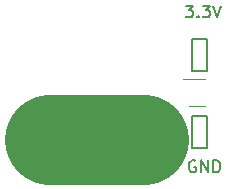
<source format=gto>
%TF.GenerationSoftware,KiCad,Pcbnew,4.0.5-e0-6337~49~ubuntu16.04.1*%
%TF.CreationDate,2017-01-29T12:57:44-08:00*%
%TF.ProjectId,2x3-USB-Power-Connector,3278332D5553422D506F7765722D436F,1.0*%
%TF.FileFunction,Legend,Top*%
%FSLAX46Y46*%
G04 Gerber Fmt 4.6, Leading zero omitted, Abs format (unit mm)*
G04 Created by KiCad (PCBNEW 4.0.5-e0-6337~49~ubuntu16.04.1) date Sun Jan 29 12:57:44 2017*
%MOMM*%
%LPD*%
G01*
G04 APERTURE LIST*
%ADD10C,0.350000*%
%ADD11C,0.152400*%
%ADD12C,0.150000*%
%ADD13C,0.120000*%
%ADD14C,7.600000*%
G04 APERTURE END LIST*
D10*
D11*
X136804400Y-98981960D02*
X135534400Y-98981960D01*
X136804400Y-101712460D02*
X135534400Y-101712460D01*
D12*
X136804400Y-98981960D02*
X136804400Y-101712460D01*
X135534400Y-101712460D02*
X135534400Y-98981960D01*
D11*
X135534400Y-95217680D02*
X136804400Y-95217680D01*
X135534400Y-92487180D02*
X136804400Y-92487180D01*
D12*
X135534400Y-95217680D02*
X135534400Y-92487180D01*
X136804400Y-92487180D02*
X136804400Y-95217680D01*
D13*
X136625520Y-95858080D02*
X134725520Y-95858080D01*
X135225520Y-98178080D02*
X136625520Y-98178080D01*
D14*
X123495800Y-101000560D02*
X131395800Y-101000560D01*
D12*
X134957650Y-89652301D02*
X135576698Y-89652301D01*
X135243364Y-90033253D01*
X135386222Y-90033253D01*
X135481460Y-90080872D01*
X135529079Y-90128491D01*
X135576698Y-90223730D01*
X135576698Y-90461825D01*
X135529079Y-90557063D01*
X135481460Y-90604682D01*
X135386222Y-90652301D01*
X135100507Y-90652301D01*
X135005269Y-90604682D01*
X134957650Y-90557063D01*
X136005269Y-90557063D02*
X136052888Y-90604682D01*
X136005269Y-90652301D01*
X135957650Y-90604682D01*
X136005269Y-90557063D01*
X136005269Y-90652301D01*
X136386221Y-89652301D02*
X137005269Y-89652301D01*
X136671935Y-90033253D01*
X136814793Y-90033253D01*
X136910031Y-90080872D01*
X136957650Y-90128491D01*
X137005269Y-90223730D01*
X137005269Y-90461825D01*
X136957650Y-90557063D01*
X136910031Y-90604682D01*
X136814793Y-90652301D01*
X136529078Y-90652301D01*
X136433840Y-90604682D01*
X136386221Y-90557063D01*
X137290983Y-89652301D02*
X137624316Y-90652301D01*
X137957650Y-89652301D01*
X135787176Y-102811960D02*
X135691938Y-102764341D01*
X135549081Y-102764341D01*
X135406223Y-102811960D01*
X135310985Y-102907198D01*
X135263366Y-103002436D01*
X135215747Y-103192912D01*
X135215747Y-103335770D01*
X135263366Y-103526246D01*
X135310985Y-103621484D01*
X135406223Y-103716722D01*
X135549081Y-103764341D01*
X135644319Y-103764341D01*
X135787176Y-103716722D01*
X135834795Y-103669103D01*
X135834795Y-103335770D01*
X135644319Y-103335770D01*
X136263366Y-103764341D02*
X136263366Y-102764341D01*
X136834795Y-103764341D01*
X136834795Y-102764341D01*
X137310985Y-103764341D02*
X137310985Y-102764341D01*
X137549080Y-102764341D01*
X137691938Y-102811960D01*
X137787176Y-102907198D01*
X137834795Y-103002436D01*
X137882414Y-103192912D01*
X137882414Y-103335770D01*
X137834795Y-103526246D01*
X137787176Y-103621484D01*
X137691938Y-103716722D01*
X137549080Y-103764341D01*
X137310985Y-103764341D01*
M02*

</source>
